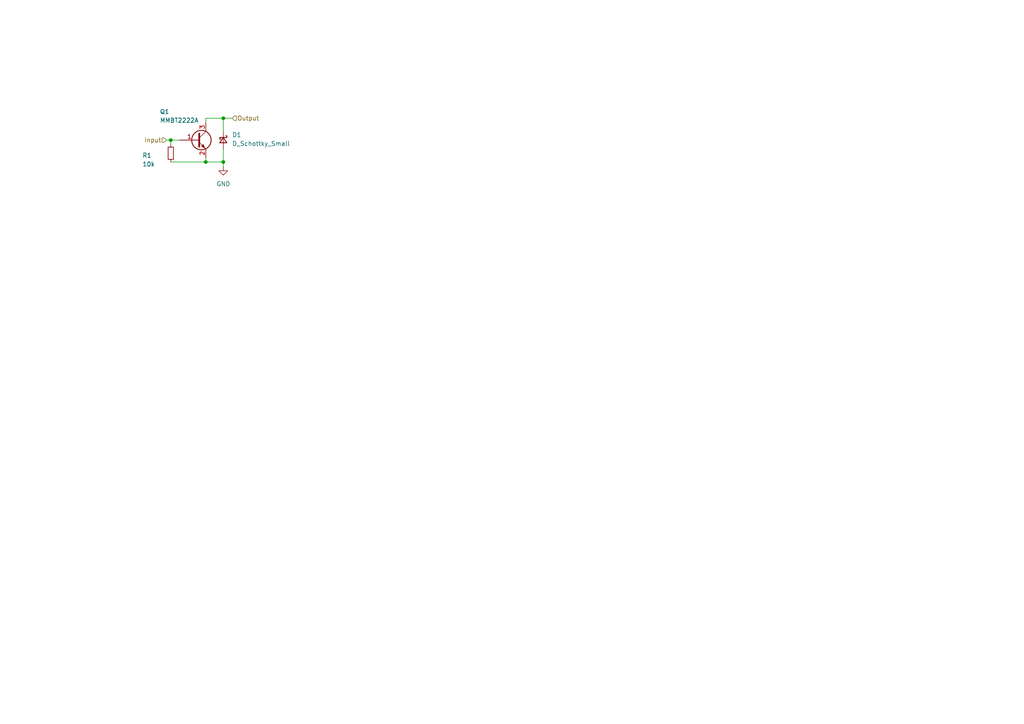
<source format=kicad_sch>
(kicad_sch (version 20231120) (generator "eeschema") (generator_version "8.0")
  (paper "A4")
  (lib_symbols
    (symbol "Device:D_Schottky_Small" (pin_numbers hide) (pin_names (offset 0.254) hide)
      (property "Reference" "D" (at -1.27 2.032 0))
      (property "Value" "D_Schottky_Small" (at -7.112 -2.032 0))
      (symbol "D_Schottky_Small_0_1"
        (polyline (pts (xy -0.762 0) (xy 0.762 0)))
        (polyline (pts (xy 0.762 -1.016) (xy -0.762 0) (xy 0.762 1.016) (xy 0.762 -1.016)) (stroke (width 0.254)))
        (polyline (pts (xy -1.27 0.762) (xy -1.27 1.016) (xy -0.762 1.016) (xy -0.762 -1.016) (xy -0.254 -1.016) (xy -0.254 -0.762)) (stroke (width 0.254)))
      )
      (symbol "D_Schottky_Small_1_1"
        (pin passive line (at -2.54 0 0) (length 1.778) (name "K") (number "1"))
        (pin passive line (at 2.54 0 180) (length 1.778) (name "A") (number "2"))
      )
    )
    (symbol "Device:R_Small" (pin_numbers hide) (pin_names (offset 0.254) hide)
      (property "Reference" "R" (at 0.762 0.508 0))
      (property "Value" "R_Small" (at 0.762 -1.016 0))
      (symbol "R_Small_0_1"
        (rectangle (start -0.762 1.778) (end 0.762 -1.778) (stroke (width 0.2032)))
      )
      (symbol "R_Small_1_1"
        (pin passive line (at 0 2.54 270) (length 0.762) (name "~") (number "1"))
        (pin passive line (at 0 -2.54 90) (length 0.762) (name "~") (number "2"))
      )
    )
    (symbol "Transistor_BJT:MMBT2222A" (pin_names (offset 0) hide)
      (property "Reference" "Q" (at 5.08 1.905 0))
      (property "Value" "MMBT2222A" (at 5.08 0 0))
      (symbol "MMBT2222A_0_1"
        (polyline (pts (xy 0.635 0.635) (xy 2.54 2.54)))
        (polyline (pts (xy 0.635 -0.635) (xy 2.54 -2.54) (xy 2.54 -2.54)))
        (polyline (pts (xy 0.635 1.905) (xy 0.635 -1.905) (xy 0.635 -1.905)) (stroke (width 0.508)))
        (polyline (pts (xy 1.27 -1.778) (xy 1.778 -1.27) (xy 2.286 -2.286) (xy 1.27 -1.778) (xy 1.27 -1.778)) (fill (type outline)))
        (circle (center 1.27 0) (radius 2.8194) (stroke (width 0.254)))
      )
      (symbol "MMBT2222A_1_1"
        (pin input line (at -5.08 0 0) (length 5.715) (name "B") (number "1"))
        (pin passive line (at 2.54 -5.08 90) (length 2.54) (name "E") (number "2"))
        (pin passive line (at 2.54 5.08 270) (length 2.54) (name "C") (number "3"))
      )
    )
    (symbol "power:GND" (power) (pin_numbers hide) (pin_names (offset 0) hide)
      (property "Value" "GND" (at 0 -3.81 0))
      (symbol "GND_0_1"
        (polyline (pts (xy 0 0) (xy 0 -1.27) (xy 1.27 -1.27) (xy 0 -2.54) (xy -1.27 -1.27) (xy 0 -1.27)))
      )
      (symbol "GND_1_1"
        (pin power_in line (at 0 0 270) (length 0) (name "~") (number "1"))
      )
    )
  )
  (junction (at 64.77 34.29))
  (junction (at 49.53 40.64))
  (junction (at 64.77 46.99))
  (junction (at 59.69 46.99))
  (wire (pts (xy 59.69 46.99) (xy 59.69 45.72)))
  (wire (pts (xy 49.53 40.64) (xy 52.07 40.64)))
  (wire (pts (xy 48.26 40.64) (xy 49.53 40.64)))
  (wire (pts (xy 64.77 48.26) (xy 64.77 46.99)))
  (wire (pts (xy 64.77 38.1) (xy 64.77 34.29)))
  (wire (pts (xy 49.53 41.91) (xy 49.53 40.64)))
  (wire (pts (xy 64.77 46.99) (xy 59.69 46.99)))
  (wire (pts (xy 59.69 34.29) (xy 64.77 34.29)))
  (wire (pts (xy 64.77 34.29) (xy 67.31 34.29)))
  (wire (pts (xy 64.77 43.18) (xy 64.77 46.99)))
  (wire (pts (xy 49.53 46.99) (xy 59.69 46.99)))
  (wire (pts (xy 59.69 35.56) (xy 59.69 34.29)))
  (hierarchical_label "Input" (shape input) (at 48.26 40.64 180))
  (hierarchical_label "Output" (shape input) (at 67.31 34.29 0))
  (symbol (lib_id "Device:R_Small") (at 49.53 44.45 0) (unit 1)
    (property "Reference" "R1" (at 41.275 45.085 0) (effects (justify left)))
    (property "Value" "10k" (at 41.275 47.625 0) (effects (justify left)))
    (property "Footprint" "Resistor_SMD:R_0805_2012Metric" (effects (hide yes)))
    (property "Description" "Resistor, small symbol" (effects (hide yes)))
  )
  (symbol (lib_id "Transistor_BJT:MMBT2222A") (at 57.15 40.64 0) (unit 1)
    (property "Reference" "Q1" (at 46.355 32.385 0) (effects (justify left)))
    (property "Value" "MMBT2222A" (at 46.355 34.925 0) (effects (justify left)))
    (property "Footprint" "Package_TO_SOT_SMD:SOT-23" (effects (hide yes)))
    (property "Datasheet" "https://assets.nexperia.com/documents/data-sheet/MMBT2222A.pdf" (effects (hide yes)))
    (property "Description" "600mA Ic, 40V Vce, NPN Transistor, SOT-23" (effects (hide yes)))
  )
  (symbol (lib_id "Device:D_Schottky_Small") (at 64.77 40.64 270) (unit 1)
    (property "Reference" "D1" (at 67.31 39.1159 90) (effects (justify left)))
    (property "Value" "D_Schottky_Small" (at 67.31 41.6559 90) (effects (justify left)))
    (property "Footprint" "Diode_SMD:D_0805_2012Metric" (effects (hide yes)))
    (property "Description" "Schottky diode, small symbol" (effects (hide yes)))
  )
  (symbol (lib_id "power:GND") (at 64.77 48.26 0) (unit 1)
    (property "Reference" "#PWR01" (effects (hide yes)))
    (property "Value" "GND" (at 64.77 53.34 0))
    (property "Description" "Power symbol creates a global label with name \"GND\" , ground" (effects (hide yes)))
  )
)
</source>
